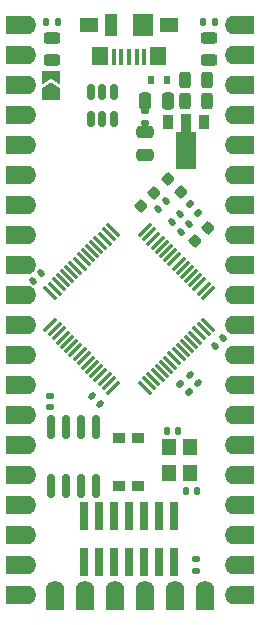
<source format=gbr>
%TF.GenerationSoftware,KiCad,Pcbnew,6.0.1-79c1e3a40b~116~ubuntu20.04.1*%
%TF.CreationDate,2022-03-09T16:59:07+01:00*%
%TF.ProjectId,microcontroller_mini,6d696372-6f63-46f6-9e74-726f6c6c6572,rev?*%
%TF.SameCoordinates,Original*%
%TF.FileFunction,Soldermask,Top*%
%TF.FilePolarity,Negative*%
%FSLAX46Y46*%
G04 Gerber Fmt 4.6, Leading zero omitted, Abs format (unit mm)*
G04 Created by KiCad (PCBNEW 6.0.1-79c1e3a40b~116~ubuntu20.04.1) date 2022-03-09 16:59:07*
%MOMM*%
%LPD*%
G01*
G04 APERTURE LIST*
G04 Aperture macros list*
%AMRoundRect*
0 Rectangle with rounded corners*
0 $1 Rounding radius*
0 $2 $3 $4 $5 $6 $7 $8 $9 X,Y pos of 4 corners*
0 Add a 4 corners polygon primitive as box body*
4,1,4,$2,$3,$4,$5,$6,$7,$8,$9,$2,$3,0*
0 Add four circle primitives for the rounded corners*
1,1,$1+$1,$2,$3*
1,1,$1+$1,$4,$5*
1,1,$1+$1,$6,$7*
1,1,$1+$1,$8,$9*
0 Add four rect primitives between the rounded corners*
20,1,$1+$1,$2,$3,$4,$5,0*
20,1,$1+$1,$4,$5,$6,$7,0*
20,1,$1+$1,$6,$7,$8,$9,0*
20,1,$1+$1,$8,$9,$2,$3,0*%
%AMFreePoly0*
4,1,9,3.862500,-0.866500,0.737500,-0.866500,0.737500,-0.450000,-0.737500,-0.450000,-0.737500,0.450000,0.737500,0.450000,0.737500,0.866500,3.862500,0.866500,3.862500,-0.866500,3.862500,-0.866500,$1*%
%AMFreePoly1*
4,1,6,1.000000,0.000000,0.500000,-0.750000,-0.500000,-0.750000,-0.500000,0.750000,0.500000,0.750000,1.000000,0.000000,1.000000,0.000000,$1*%
%AMFreePoly2*
4,1,6,0.500000,-0.750000,-0.650000,-0.750000,-0.150000,0.000000,-0.650000,0.750000,0.500000,0.750000,0.500000,-0.750000,0.500000,-0.750000,$1*%
G04 Aperture macros list end*
%ADD10RoundRect,0.135000X-0.185000X0.135000X-0.185000X-0.135000X0.185000X-0.135000X0.185000X0.135000X0*%
%ADD11RoundRect,0.243750X0.243750X0.456250X-0.243750X0.456250X-0.243750X-0.456250X0.243750X-0.456250X0*%
%ADD12RoundRect,0.243750X-0.243750X-0.456250X0.243750X-0.456250X0.243750X0.456250X-0.243750X0.456250X0*%
%ADD13RoundRect,0.150000X0.150000X-0.512500X0.150000X0.512500X-0.150000X0.512500X-0.150000X-0.512500X0*%
%ADD14R,0.600000X0.700000*%
%ADD15RoundRect,0.150000X0.150000X-0.825000X0.150000X0.825000X-0.150000X0.825000X-0.150000X-0.825000X0*%
%ADD16R,1.200000X1.400000*%
%ADD17RoundRect,0.225000X0.335876X0.017678X0.017678X0.335876X-0.335876X-0.017678X-0.017678X-0.335876X0*%
%ADD18RoundRect,0.135000X-0.226274X-0.035355X-0.035355X-0.226274X0.226274X0.035355X0.035355X0.226274X0*%
%ADD19O,2.400000X1.600000*%
%ADD20R,1.000000X1.600000*%
%ADD21O,1.600000X2.400000*%
%ADD22R,1.600000X1.000000*%
%ADD23R,0.900000X1.300000*%
%ADD24FreePoly0,270.000000*%
%ADD25RoundRect,0.135000X0.226274X0.035355X0.035355X0.226274X-0.226274X-0.035355X-0.035355X-0.226274X0*%
%ADD26RoundRect,0.225000X0.017678X-0.335876X0.335876X-0.017678X-0.017678X0.335876X-0.335876X0.017678X0*%
%ADD27RoundRect,0.140000X-0.219203X-0.021213X-0.021213X-0.219203X0.219203X0.021213X0.021213X0.219203X0*%
%ADD28RoundRect,0.135000X0.135000X0.185000X-0.135000X0.185000X-0.135000X-0.185000X0.135000X-0.185000X0*%
%ADD29RoundRect,0.250000X0.475000X-0.250000X0.475000X0.250000X-0.475000X0.250000X-0.475000X-0.250000X0*%
%ADD30R,0.740000X2.400000*%
%ADD31RoundRect,0.140000X0.021213X-0.219203X0.219203X-0.021213X-0.021213X0.219203X-0.219203X0.021213X0*%
%ADD32RoundRect,0.140000X-0.021213X0.219203X-0.219203X0.021213X0.021213X-0.219203X0.219203X-0.021213X0*%
%ADD33RoundRect,0.135000X-0.135000X-0.185000X0.135000X-0.185000X0.135000X0.185000X-0.135000X0.185000X0*%
%ADD34RoundRect,0.140000X0.140000X0.170000X-0.140000X0.170000X-0.140000X-0.170000X0.140000X-0.170000X0*%
%ADD35RoundRect,0.243750X-0.456250X0.243750X-0.456250X-0.243750X0.456250X-0.243750X0.456250X0.243750X0*%
%ADD36RoundRect,0.140000X0.170000X-0.140000X0.170000X0.140000X-0.170000X0.140000X-0.170000X-0.140000X0*%
%ADD37RoundRect,0.140000X0.219203X0.021213X0.021213X0.219203X-0.219203X-0.021213X-0.021213X-0.219203X0*%
%ADD38R,1.000000X0.900000*%
%ADD39RoundRect,0.140000X-0.140000X-0.170000X0.140000X-0.170000X0.140000X0.170000X-0.140000X0.170000X0*%
%ADD40RoundRect,0.250000X0.250000X0.475000X-0.250000X0.475000X-0.250000X-0.475000X0.250000X-0.475000X0*%
%ADD41RoundRect,0.075000X0.548008X-0.441942X-0.441942X0.548008X-0.548008X0.441942X0.441942X-0.548008X0*%
%ADD42RoundRect,0.075000X0.548008X0.441942X0.441942X0.548008X-0.548008X-0.441942X-0.441942X-0.548008X0*%
%ADD43FreePoly1,90.000000*%
%ADD44FreePoly2,90.000000*%
%ADD45R,0.450000X1.380000*%
%ADD46R,1.650000X1.300000*%
%ADD47R,1.800000X1.900000*%
%ADD48R,1.425000X1.550000*%
%ADD49R,1.000000X1.900000*%
G04 APERTURE END LIST*
D10*
%TO.C,R1*%
X96900000Y-58090000D03*
X96900000Y-59110000D03*
%TD*%
D11*
%TO.C,F2*%
X100262500Y-55400000D03*
X102137500Y-55400000D03*
%TD*%
D12*
%TO.C,F1*%
X100262500Y-57200000D03*
X102137500Y-57200000D03*
%TD*%
D13*
%TO.C,U3*%
X92350000Y-58737500D03*
X93300000Y-58737500D03*
X94250000Y-58737500D03*
X94250000Y-56462500D03*
X93300000Y-56462500D03*
X92350000Y-56462500D03*
%TD*%
D14*
%TO.C,D1*%
X98800000Y-55400000D03*
X97400000Y-55400000D03*
%TD*%
D15*
%TO.C,U2*%
X88955978Y-89785000D03*
X90225978Y-89785000D03*
X91495978Y-89785000D03*
X92765978Y-89785000D03*
X92765978Y-84835000D03*
X91495978Y-84835000D03*
X90225978Y-84835000D03*
X88955978Y-84835000D03*
%TD*%
D16*
%TO.C,Y1*%
X98980978Y-86525000D03*
X98980978Y-88725000D03*
X100680978Y-88725000D03*
X100680978Y-86525000D03*
%TD*%
D17*
%TO.C,C12*%
X99956994Y-64906016D03*
X98860978Y-63810000D03*
%TD*%
D18*
%TO.C,FB1*%
X100700354Y-65949376D03*
X101421602Y-66670624D03*
%TD*%
D19*
%TO.C,J1*%
X86460978Y-50810000D03*
D20*
X85660978Y-50810000D03*
X85660978Y-53350000D03*
D19*
X86460978Y-53350000D03*
D20*
X85660978Y-55890000D03*
D19*
X86460978Y-55890000D03*
X86460978Y-58430000D03*
D20*
X85660978Y-58430000D03*
D19*
X86460978Y-60970000D03*
D20*
X85660978Y-60970000D03*
D19*
X86460978Y-63510000D03*
D20*
X85660978Y-63510000D03*
D19*
X86460978Y-66050000D03*
D20*
X85660978Y-66050000D03*
D19*
X86460978Y-68590000D03*
D20*
X85660978Y-68590000D03*
D19*
X86460978Y-71130000D03*
D20*
X85660978Y-71130000D03*
D19*
X86460978Y-73670000D03*
D20*
X85660978Y-73670000D03*
X85660978Y-76210000D03*
D19*
X86460978Y-76210000D03*
X86460978Y-78750000D03*
D20*
X85660978Y-78750000D03*
X85660978Y-81290000D03*
D19*
X86460978Y-81290000D03*
D20*
X85660978Y-83830000D03*
D19*
X86460978Y-83830000D03*
D20*
X85660978Y-86370000D03*
D19*
X86460978Y-86370000D03*
D20*
X85660978Y-88910000D03*
D19*
X86460978Y-88910000D03*
D20*
X85660978Y-91450000D03*
D19*
X86460978Y-91450000D03*
X86460978Y-93990000D03*
D20*
X85660978Y-93990000D03*
X85660978Y-96530000D03*
D19*
X86460978Y-96530000D03*
D20*
X85660978Y-99070000D03*
D19*
X86460978Y-99070000D03*
D21*
X89310978Y-99010000D03*
D22*
X89310978Y-99810000D03*
D21*
X91850978Y-99010000D03*
D22*
X91850978Y-99810000D03*
D21*
X94390978Y-99010000D03*
D22*
X94390978Y-99810000D03*
D21*
X96930978Y-99010000D03*
D22*
X96930978Y-99810000D03*
X99470978Y-99810000D03*
D21*
X99470978Y-99010000D03*
X102010978Y-99010000D03*
D22*
X102010978Y-99810000D03*
D19*
X104860978Y-99070000D03*
D20*
X105660978Y-99070000D03*
X105660978Y-96530000D03*
D19*
X104860978Y-96530000D03*
D20*
X105660978Y-93990000D03*
D19*
X104860978Y-93990000D03*
X104860978Y-91450000D03*
D20*
X105660978Y-91450000D03*
X105660978Y-88910000D03*
D19*
X104860978Y-88910000D03*
X104860978Y-86370000D03*
D20*
X105660978Y-86370000D03*
D19*
X104860978Y-83830000D03*
D20*
X105660978Y-83830000D03*
X105660978Y-81290000D03*
D19*
X104860978Y-81290000D03*
D20*
X105660978Y-78750000D03*
D19*
X104860978Y-78750000D03*
D20*
X105660978Y-76210000D03*
D19*
X104860978Y-76210000D03*
D20*
X105660978Y-73670000D03*
D19*
X104860978Y-73670000D03*
X104860978Y-71130000D03*
D20*
X105660978Y-71130000D03*
X105660978Y-68590000D03*
D19*
X104860978Y-68590000D03*
X104860978Y-66050000D03*
D20*
X105660978Y-66050000D03*
X105660978Y-63510000D03*
D19*
X104860978Y-63510000D03*
X104860978Y-60970000D03*
D20*
X105660978Y-60970000D03*
D19*
X104860978Y-58430000D03*
D20*
X105660978Y-58430000D03*
D19*
X104860978Y-55890000D03*
D20*
X105660978Y-55890000D03*
X105660978Y-53350000D03*
D19*
X104860978Y-53350000D03*
D20*
X105660978Y-50810000D03*
D19*
X104860978Y-50810000D03*
%TD*%
D23*
%TO.C,U4*%
X101900000Y-58950000D03*
D24*
X100400000Y-59037500D03*
D23*
X98900000Y-58950000D03*
%TD*%
D25*
%TO.C,R23*%
X100621602Y-81870624D03*
X99900354Y-81149376D03*
%TD*%
D26*
%TO.C,C41*%
X101112970Y-69058008D03*
X102208986Y-67961992D03*
%TD*%
D27*
%TO.C,C5*%
X100721567Y-80370589D03*
X101400389Y-81049411D03*
%TD*%
D28*
%TO.C,R26*%
X102810000Y-50510000D03*
X101790000Y-50510000D03*
%TD*%
D26*
%TO.C,C6*%
X96612970Y-66058008D03*
X97708986Y-64961992D03*
%TD*%
D29*
%TO.C,C39*%
X96900000Y-61750000D03*
X96900000Y-59850000D03*
%TD*%
D30*
%TO.C,J8*%
X91750978Y-96260000D03*
X91750978Y-92360000D03*
X93020978Y-96260000D03*
X93020978Y-92360000D03*
X94290978Y-96260000D03*
X94290978Y-92360000D03*
X95560978Y-96260000D03*
X95560978Y-92360000D03*
X96830978Y-96260000D03*
X96830978Y-92360000D03*
X98100978Y-96260000D03*
X98100978Y-92360000D03*
X99370978Y-96260000D03*
X99370978Y-92360000D03*
%TD*%
D31*
%TO.C,C10*%
X98021567Y-66349411D03*
X98700389Y-65670589D03*
%TD*%
D32*
%TO.C,C9*%
X103500389Y-77270589D03*
X102821567Y-77949411D03*
%TD*%
D33*
%TO.C,R28*%
X88540978Y-50510000D03*
X89560978Y-50510000D03*
%TD*%
D34*
%TO.C,C4*%
X101310978Y-90210000D03*
X100350978Y-90210000D03*
%TD*%
D31*
%TO.C,C14*%
X99182156Y-67488822D03*
X99860978Y-66810000D03*
%TD*%
D35*
%TO.C,LED1*%
X89000000Y-51872500D03*
X89000000Y-53747500D03*
%TD*%
D36*
%TO.C,C1*%
X88910978Y-83140000D03*
X88910978Y-82180000D03*
%TD*%
D37*
%TO.C,C8*%
X93100389Y-82849411D03*
X92421567Y-82170589D03*
%TD*%
D35*
%TO.C,LED2*%
X102300000Y-51862500D03*
X102300000Y-53737500D03*
%TD*%
D38*
%TO.C,SW1*%
X94680978Y-89840000D03*
X94680978Y-85740000D03*
X96280978Y-89840000D03*
X96280978Y-85740000D03*
%TD*%
D39*
%TO.C,C3*%
X98750978Y-85110000D03*
X99710978Y-85110000D03*
%TD*%
D31*
%TO.C,C42*%
X99982156Y-68288822D03*
X100660978Y-67610000D03*
%TD*%
D40*
%TO.C,C40*%
X96950000Y-57200000D03*
X98850000Y-57200000D03*
%TD*%
D10*
%TO.C,R24*%
X101260978Y-96000000D03*
X101260978Y-97020000D03*
%TD*%
D41*
%TO.C,U1*%
X96922159Y-81474481D03*
X97275712Y-81120928D03*
X97629265Y-80767375D03*
X97982819Y-80413821D03*
X98336372Y-80060268D03*
X98689926Y-79706714D03*
X99043479Y-79353161D03*
X99397032Y-78999608D03*
X99750586Y-78646054D03*
X100104139Y-78292501D03*
X100457692Y-77938948D03*
X100811246Y-77585394D03*
X101164799Y-77231841D03*
X101518353Y-76878287D03*
X101871906Y-76524734D03*
X102225459Y-76171181D03*
D42*
X102225459Y-73448819D03*
X101871906Y-73095266D03*
X101518353Y-72741713D03*
X101164799Y-72388159D03*
X100811246Y-72034606D03*
X100457692Y-71681052D03*
X100104139Y-71327499D03*
X99750586Y-70973946D03*
X99397032Y-70620392D03*
X99043479Y-70266839D03*
X98689926Y-69913286D03*
X98336372Y-69559732D03*
X97982819Y-69206179D03*
X97629265Y-68852625D03*
X97275712Y-68499072D03*
X96922159Y-68145519D03*
D41*
X94199797Y-68145519D03*
X93846244Y-68499072D03*
X93492691Y-68852625D03*
X93139137Y-69206179D03*
X92785584Y-69559732D03*
X92432030Y-69913286D03*
X92078477Y-70266839D03*
X91724924Y-70620392D03*
X91371370Y-70973946D03*
X91017817Y-71327499D03*
X90664264Y-71681052D03*
X90310710Y-72034606D03*
X89957157Y-72388159D03*
X89603603Y-72741713D03*
X89250050Y-73095266D03*
X88896497Y-73448819D03*
D42*
X88896497Y-76171181D03*
X89250050Y-76524734D03*
X89603603Y-76878287D03*
X89957157Y-77231841D03*
X90310710Y-77585394D03*
X90664264Y-77938948D03*
X91017817Y-78292501D03*
X91371370Y-78646054D03*
X91724924Y-78999608D03*
X92078477Y-79353161D03*
X92432030Y-79706714D03*
X92785584Y-80060268D03*
X93139137Y-80413821D03*
X93492691Y-80767375D03*
X93846244Y-81120928D03*
X94199797Y-81474481D03*
%TD*%
D43*
%TO.C,JP1*%
X88966978Y-56615000D03*
D44*
X88966978Y-55165000D03*
%TD*%
D31*
%TO.C,C7*%
X87421567Y-72449411D03*
X88100389Y-71770589D03*
%TD*%
D45*
%TO.C,J2*%
X96860978Y-53470000D03*
X96210978Y-53470000D03*
X95560978Y-53470000D03*
X94910978Y-53470000D03*
X94260978Y-53470000D03*
D46*
X92185978Y-50810000D03*
D47*
X96710978Y-50810000D03*
D48*
X93073478Y-53385000D03*
D46*
X98935978Y-50810000D03*
D48*
X98048478Y-53385000D03*
D49*
X94010978Y-50810000D03*
%TD*%
M02*

</source>
